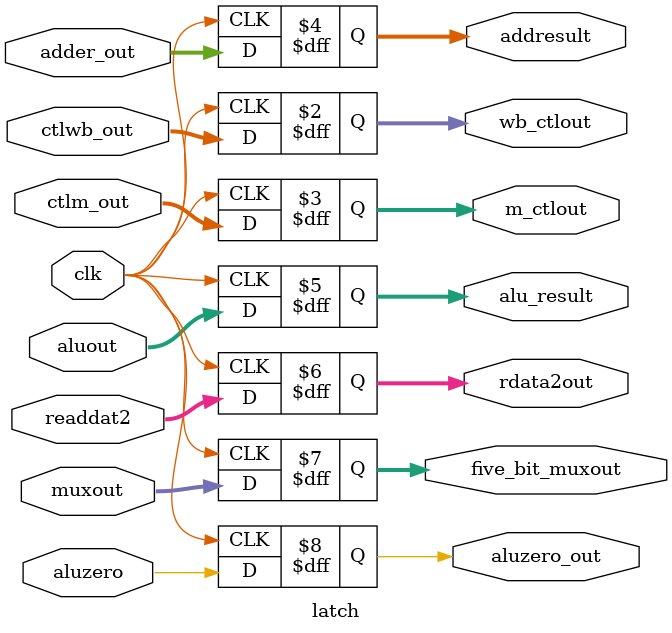
<source format=v>
module latch(
    input clk,
    input [1:0] ctlwb_out,
    input [2:0] ctlm_out,
    input [31:0] adder_out,
    input [31:0] aluout,
    input [31:0] readdat2,
    input [4:0] muxout,
    input aluzero,
    
    output reg [1:0] wb_ctlout,
    output reg [2:0] m_ctlout,
    output reg [31:0] addresult,
    output reg [31:0] alu_result,
    output reg [31:0] rdata2out,
    output reg [4:0] five_bit_muxout,   
    output reg aluzero_out
);
    always @(posedge clk) begin
        wb_ctlout <= ctlwb_out;
        m_ctlout <= ctlm_out;
        addresult <= adder_out;
        alu_result <= aluout;
        rdata2out <= readdat2;
        five_bit_muxout <= muxout;
        aluzero_out <= aluzero;
        
    end
endmodule

</source>
